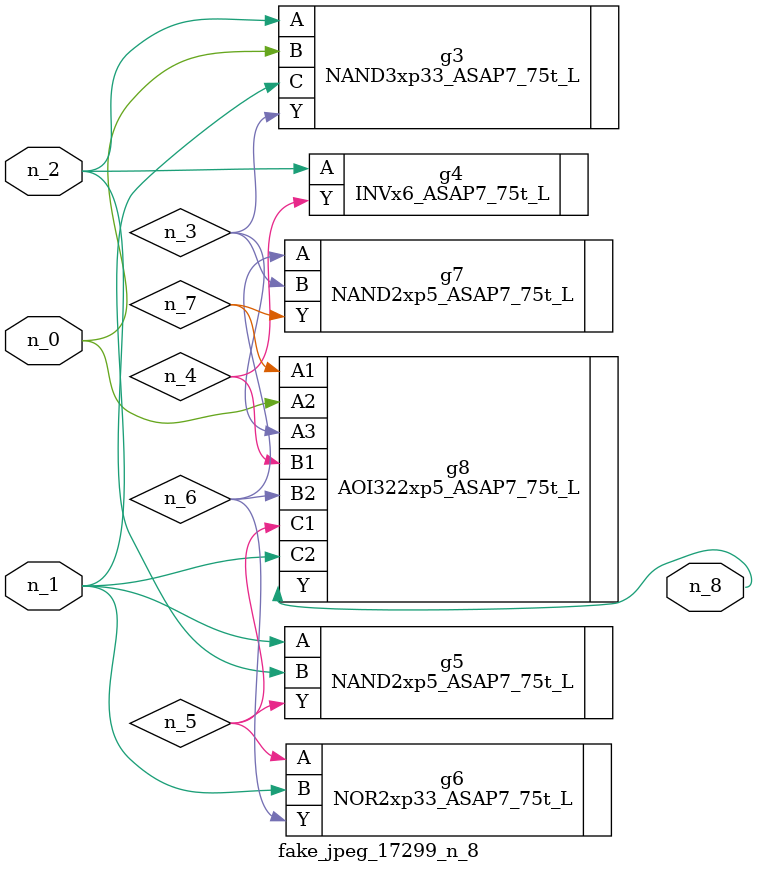
<source format=v>
module fake_jpeg_17299_n_8 (n_0, n_2, n_1, n_8);

input n_0;
input n_2;
input n_1;

output n_8;

wire n_3;
wire n_4;
wire n_6;
wire n_5;
wire n_7;

NAND3xp33_ASAP7_75t_L g3 ( 
.A(n_2),
.B(n_0),
.C(n_1),
.Y(n_3)
);

INVx6_ASAP7_75t_L g4 ( 
.A(n_2),
.Y(n_4)
);

NAND2xp5_ASAP7_75t_L g5 ( 
.A(n_1),
.B(n_2),
.Y(n_5)
);

NOR2xp33_ASAP7_75t_L g6 ( 
.A(n_5),
.B(n_1),
.Y(n_6)
);

NAND2xp5_ASAP7_75t_L g7 ( 
.A(n_6),
.B(n_3),
.Y(n_7)
);

AOI322xp5_ASAP7_75t_L g8 ( 
.A1(n_7),
.A2(n_0),
.A3(n_3),
.B1(n_4),
.B2(n_6),
.C1(n_5),
.C2(n_1),
.Y(n_8)
);


endmodule
</source>
